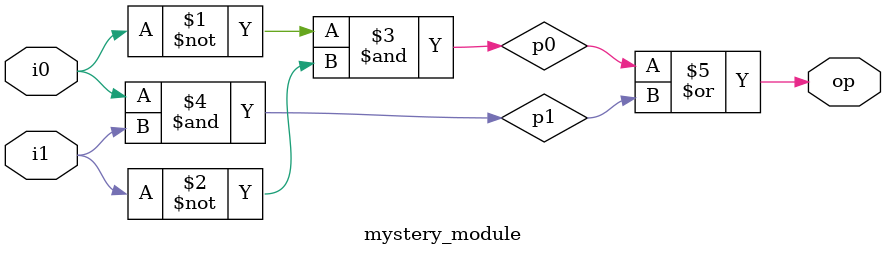
<source format=v>
module mystery_module
   // I/O ports
   (
    input wire i0, i1,
    output wire op
   );
 
   // signal declaration
   wire p0, p1;

   // body
   // sum of two product terms
   
   // product terms
   assign p0 = ~i0 & ~i1;
   assign p1 = i0 & i1;
    
   assign op = p0 | p1;
endmodule
</source>
